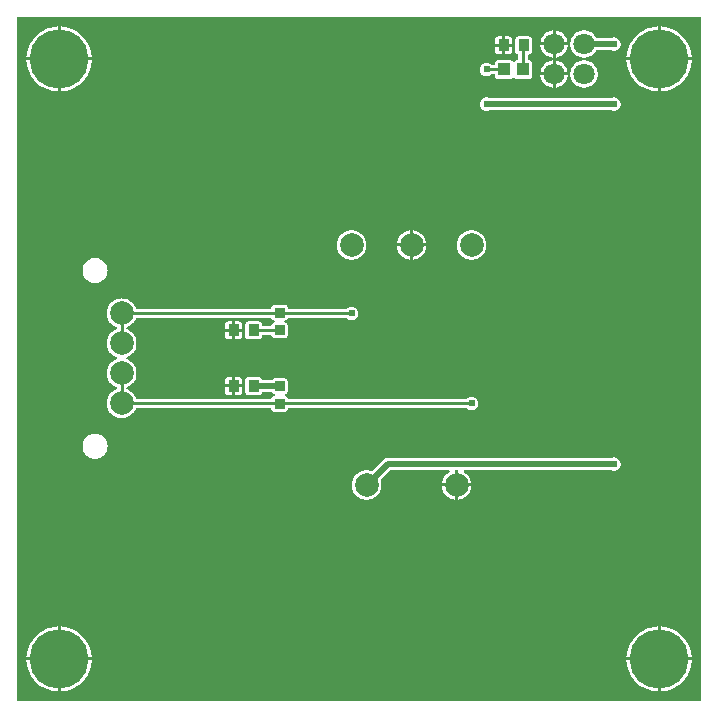
<source format=gtl>
G04 Layer: TopLayer*
G04 EasyEDA v6.5.32, 2023-07-25 14:04:49*
G04 011ca2bd5c0445db9f1e9e00ee4858da,5a6b42c53f6a479593ecc07194224c93,10*
G04 Gerber Generator version 0.2*
G04 Scale: 100 percent, Rotated: No, Reflected: No *
G04 Dimensions in millimeters *
G04 leading zeros omitted , absolute positions ,4 integer and 5 decimal *
%FSLAX45Y45*%
%MOMM*%

%AMMACRO1*21,1,$1,$2,0,0,$3*%
%ADD10C,0.5000*%
%ADD11C,0.2540*%
%ADD12R,0.8999X1.0000*%
%ADD13R,1.0000X1.1000*%
%ADD14MACRO1,0.864X0.8065X0.0000*%
%ADD15R,0.8640X0.8065*%
%ADD16C,5.0000*%
%ADD17C,2.0000*%
%ADD18C,1.8000*%
%ADD19C,0.6096*%
%ADD20C,0.0183*%

%LPD*%
G36*
X5805932Y25908D02*
G01*
X36068Y26416D01*
X32156Y27178D01*
X28905Y29362D01*
X26670Y32664D01*
X25908Y36576D01*
X25908Y5805932D01*
X26670Y5809843D01*
X28905Y5813094D01*
X32156Y5815330D01*
X36068Y5816092D01*
X5805932Y5816092D01*
X5809843Y5815330D01*
X5813094Y5813094D01*
X5815330Y5809843D01*
X5816092Y5805932D01*
X5816092Y36068D01*
X5815330Y32207D01*
X5813094Y28905D01*
X5809843Y26670D01*
G37*

%LPC*%
G36*
X685800Y3564432D02*
G01*
X699617Y3565296D01*
X713181Y3568039D01*
X726338Y3572459D01*
X738733Y3578606D01*
X750265Y3586276D01*
X760679Y3595420D01*
X769823Y3605834D01*
X777494Y3617366D01*
X783640Y3629761D01*
X788060Y3642918D01*
X790803Y3656482D01*
X791667Y3670300D01*
X790803Y3684117D01*
X788060Y3697681D01*
X783640Y3710838D01*
X777494Y3723233D01*
X769823Y3734765D01*
X760679Y3745179D01*
X750265Y3754323D01*
X738733Y3761994D01*
X726338Y3768140D01*
X713181Y3772560D01*
X699617Y3775303D01*
X685800Y3776167D01*
X671982Y3775303D01*
X658418Y3772560D01*
X645261Y3768140D01*
X632866Y3761994D01*
X621334Y3754323D01*
X610920Y3745179D01*
X601776Y3734765D01*
X594106Y3723233D01*
X587959Y3710838D01*
X583539Y3697681D01*
X580796Y3684117D01*
X579932Y3670300D01*
X580796Y3656482D01*
X583539Y3642918D01*
X587959Y3629761D01*
X594106Y3617366D01*
X601776Y3605834D01*
X610920Y3595420D01*
X621334Y3586276D01*
X632866Y3578606D01*
X645261Y3572459D01*
X658418Y3568039D01*
X671982Y3565296D01*
G37*
G36*
X393700Y105562D02*
G01*
X398322Y105664D01*
X421284Y108051D01*
X443992Y112369D01*
X466242Y118618D01*
X487934Y126644D01*
X508812Y136499D01*
X528828Y148031D01*
X547827Y161239D01*
X565607Y175971D01*
X582117Y192125D01*
X597204Y209600D01*
X610819Y228295D01*
X622757Y248107D01*
X633018Y268782D01*
X641553Y290271D01*
X648208Y312369D01*
X653034Y334975D01*
X655929Y357936D01*
X656336Y368300D01*
X393700Y368300D01*
G37*
G36*
X5448300Y105613D02*
G01*
X5448300Y368300D01*
X5185410Y368300D01*
X5187289Y346405D01*
X5191150Y323646D01*
X5196890Y301244D01*
X5204460Y279450D01*
X5213858Y258317D01*
X5224983Y238099D01*
X5237784Y218846D01*
X5252161Y200710D01*
X5267960Y183896D01*
X5285130Y168402D01*
X5303520Y154432D01*
X5323027Y142087D01*
X5343499Y131368D01*
X5364835Y122428D01*
X5386781Y115265D01*
X5409285Y109982D01*
X5432145Y106629D01*
G37*
G36*
X368300Y105613D02*
G01*
X368300Y368300D01*
X105410Y368300D01*
X107289Y346405D01*
X111150Y323646D01*
X116890Y301244D01*
X124460Y279450D01*
X133858Y258317D01*
X144983Y238099D01*
X157784Y218846D01*
X172161Y200710D01*
X187960Y183896D01*
X205130Y168402D01*
X223520Y154432D01*
X243027Y142087D01*
X263499Y131368D01*
X284835Y122428D01*
X306781Y115265D01*
X329285Y109982D01*
X352145Y106629D01*
G37*
G36*
X393700Y393700D02*
G01*
X656336Y393700D01*
X655929Y404063D01*
X653034Y427024D01*
X648208Y449630D01*
X641553Y471728D01*
X633018Y493217D01*
X622757Y513892D01*
X610819Y533704D01*
X597204Y552348D01*
X582117Y569874D01*
X565607Y586028D01*
X547827Y600760D01*
X528828Y613968D01*
X508812Y625500D01*
X487934Y635355D01*
X466242Y643382D01*
X443992Y649630D01*
X421284Y653948D01*
X398322Y656336D01*
X393700Y656437D01*
G37*
G36*
X5473700Y393700D02*
G01*
X5736336Y393700D01*
X5735929Y404063D01*
X5733034Y427024D01*
X5728208Y449630D01*
X5721553Y471728D01*
X5713018Y493217D01*
X5702757Y513892D01*
X5690819Y533704D01*
X5677204Y552348D01*
X5662117Y569874D01*
X5645607Y586028D01*
X5627827Y600760D01*
X5608828Y613968D01*
X5588812Y625500D01*
X5567934Y635355D01*
X5546242Y643382D01*
X5523992Y649630D01*
X5501284Y653948D01*
X5478322Y656336D01*
X5473700Y656437D01*
G37*
G36*
X5185410Y393700D02*
G01*
X5448300Y393700D01*
X5448300Y656386D01*
X5432145Y655370D01*
X5409285Y652018D01*
X5386781Y646734D01*
X5364835Y639572D01*
X5343499Y630631D01*
X5323027Y619912D01*
X5303520Y607568D01*
X5285130Y593598D01*
X5267960Y578104D01*
X5252161Y561289D01*
X5237784Y543153D01*
X5224983Y523900D01*
X5213858Y503682D01*
X5204460Y482549D01*
X5196890Y460756D01*
X5191150Y438353D01*
X5187289Y415594D01*
G37*
G36*
X105410Y393700D02*
G01*
X368300Y393700D01*
X368300Y656386D01*
X352145Y655370D01*
X329285Y652018D01*
X306781Y646734D01*
X284835Y639572D01*
X263499Y630631D01*
X243027Y619912D01*
X223520Y607568D01*
X205130Y593598D01*
X187960Y578104D01*
X172161Y561289D01*
X157784Y543153D01*
X144983Y523900D01*
X133858Y503682D01*
X124460Y482549D01*
X116890Y460756D01*
X111150Y438353D01*
X107289Y415594D01*
G37*
G36*
X2984500Y1728317D02*
G01*
X2999689Y1729232D01*
X3014624Y1731975D01*
X3029153Y1736496D01*
X3043021Y1742744D01*
X3056026Y1750618D01*
X3067964Y1759966D01*
X3078734Y1770735D01*
X3088081Y1782673D01*
X3095955Y1795678D01*
X3102203Y1809546D01*
X3106724Y1824075D01*
X3109468Y1839010D01*
X3110382Y1854200D01*
X3109468Y1869389D01*
X3106724Y1884324D01*
X3103778Y1893773D01*
X3103321Y1897430D01*
X3104235Y1900986D01*
X3106318Y1903984D01*
X3180435Y1978101D01*
X3183686Y1980336D01*
X3187598Y1981098D01*
X3677056Y1981098D01*
X3681323Y1980133D01*
X3684778Y1977491D01*
X3686860Y1973681D01*
X3687114Y1969312D01*
X3685489Y1965248D01*
X3682339Y1962251D01*
X3674973Y1957781D01*
X3663035Y1948434D01*
X3652265Y1937664D01*
X3642918Y1925726D01*
X3635044Y1912721D01*
X3628796Y1898853D01*
X3624275Y1884324D01*
X3621532Y1869389D01*
X3621379Y1866900D01*
X3733800Y1866900D01*
X3733800Y1970938D01*
X3734562Y1974799D01*
X3736797Y1978101D01*
X3740048Y1980336D01*
X3743960Y1981098D01*
X3749040Y1981098D01*
X3752951Y1980336D01*
X3756202Y1978101D01*
X3758437Y1974799D01*
X3759200Y1970938D01*
X3759200Y1866900D01*
X3871620Y1866900D01*
X3871468Y1869389D01*
X3868724Y1884324D01*
X3864203Y1898853D01*
X3857955Y1912721D01*
X3850081Y1925726D01*
X3840734Y1937664D01*
X3829964Y1948434D01*
X3818026Y1957781D01*
X3810660Y1962251D01*
X3807510Y1965248D01*
X3805885Y1969312D01*
X3806139Y1973681D01*
X3808222Y1977491D01*
X3811676Y1980133D01*
X3815943Y1981098D01*
X5054092Y1981098D01*
X5058410Y1980133D01*
X5060746Y1979066D01*
X5070195Y1976526D01*
X5080000Y1975662D01*
X5089804Y1976526D01*
X5099253Y1979066D01*
X5108194Y1983181D01*
X5116220Y1988820D01*
X5123180Y1995779D01*
X5128818Y2003806D01*
X5132933Y2012746D01*
X5135473Y2022195D01*
X5136337Y2032000D01*
X5135473Y2041804D01*
X5132933Y2051253D01*
X5128818Y2060193D01*
X5123180Y2068220D01*
X5116220Y2075180D01*
X5108194Y2080818D01*
X5099253Y2084933D01*
X5089804Y2087473D01*
X5080000Y2088337D01*
X5070195Y2087473D01*
X5060746Y2084933D01*
X5058410Y2083866D01*
X5054092Y2082901D01*
X3162503Y2082901D01*
X3157880Y2082698D01*
X3153460Y2082139D01*
X3149142Y2081174D01*
X3144875Y2079853D01*
X3140811Y2078126D01*
X3136849Y2076094D01*
X3133090Y2073706D01*
X3129584Y2071014D01*
X3126130Y2067864D01*
X3034284Y1976018D01*
X3031286Y1973935D01*
X3027730Y1973021D01*
X3024073Y1973478D01*
X3014624Y1976424D01*
X2999689Y1979168D01*
X2984500Y1980082D01*
X2969310Y1979168D01*
X2954375Y1976424D01*
X2939846Y1971903D01*
X2925978Y1965655D01*
X2912973Y1957781D01*
X2901035Y1948434D01*
X2890266Y1937664D01*
X2880918Y1925726D01*
X2873044Y1912721D01*
X2866796Y1898853D01*
X2862275Y1884324D01*
X2859532Y1869389D01*
X2858617Y1854200D01*
X2859532Y1839010D01*
X2862275Y1824075D01*
X2866796Y1809546D01*
X2873044Y1795678D01*
X2880918Y1782673D01*
X2890266Y1770735D01*
X2901035Y1759966D01*
X2912973Y1750618D01*
X2925978Y1742744D01*
X2939846Y1736496D01*
X2954375Y1731975D01*
X2969310Y1729232D01*
G37*
G36*
X3733800Y1729079D02*
G01*
X3733800Y1841500D01*
X3621379Y1841500D01*
X3621532Y1839010D01*
X3624275Y1824075D01*
X3628796Y1809546D01*
X3635044Y1795678D01*
X3642918Y1782673D01*
X3652265Y1770735D01*
X3663035Y1759966D01*
X3674973Y1750618D01*
X3687978Y1742744D01*
X3701846Y1736496D01*
X3716375Y1731975D01*
X3731310Y1729232D01*
G37*
G36*
X3759200Y1729079D02*
G01*
X3761689Y1729232D01*
X3776624Y1731975D01*
X3791153Y1736496D01*
X3805021Y1742744D01*
X3818026Y1750618D01*
X3829964Y1759966D01*
X3840734Y1770735D01*
X3850081Y1782673D01*
X3857955Y1795678D01*
X3864203Y1809546D01*
X3868724Y1824075D01*
X3871468Y1839010D01*
X3871620Y1841500D01*
X3759200Y1841500D01*
G37*
G36*
X4456887Y5600700D02*
G01*
X4559300Y5600700D01*
X4559300Y5702960D01*
X4550308Y5701842D01*
X4536186Y5698236D01*
X4522673Y5692851D01*
X4509922Y5685840D01*
X4498136Y5677306D01*
X4487519Y5667349D01*
X4478223Y5656122D01*
X4470450Y5643829D01*
X4464253Y5630672D01*
X4459732Y5616803D01*
X4457039Y5602528D01*
G37*
G36*
X4584700Y5600700D02*
G01*
X4687112Y5600700D01*
X4686960Y5602528D01*
X4684268Y5616803D01*
X4679746Y5630672D01*
X4673549Y5643829D01*
X4665776Y5656122D01*
X4656480Y5667349D01*
X4645863Y5677306D01*
X4634077Y5685840D01*
X4621326Y5692851D01*
X4607814Y5698236D01*
X4593691Y5701842D01*
X4584700Y5702960D01*
G37*
G36*
X4156811Y5588000D02*
G01*
X4214977Y5588000D01*
X4214977Y5624728D01*
X4214266Y5631027D01*
X4212386Y5636514D01*
X4209288Y5641390D01*
X4205224Y5645505D01*
X4200296Y5648604D01*
X4194860Y5650484D01*
X4188510Y5651195D01*
X4156811Y5651195D01*
G37*
G36*
X4073194Y5588000D02*
G01*
X4131411Y5588000D01*
X4131411Y5651195D01*
X4099661Y5651195D01*
X4093362Y5650484D01*
X4087876Y5648604D01*
X4082999Y5645505D01*
X4078884Y5641390D01*
X4075785Y5636514D01*
X4073906Y5631027D01*
X4073194Y5624728D01*
G37*
G36*
X685800Y2077212D02*
G01*
X699617Y2078126D01*
X713181Y2080818D01*
X726338Y2085289D01*
X738733Y2091385D01*
X750265Y2099106D01*
X760679Y2108200D01*
X769823Y2118614D01*
X777494Y2130145D01*
X783640Y2142591D01*
X788060Y2155698D01*
X790803Y2169261D01*
X791667Y2183079D01*
X790803Y2196896D01*
X788060Y2210511D01*
X783640Y2223617D01*
X777494Y2236012D01*
X769823Y2247544D01*
X760679Y2257958D01*
X750265Y2267102D01*
X738733Y2274773D01*
X726338Y2280920D01*
X713181Y2285390D01*
X699617Y2288082D01*
X685800Y2288997D01*
X671982Y2288082D01*
X658418Y2285390D01*
X645261Y2280920D01*
X632866Y2274773D01*
X621334Y2267102D01*
X610920Y2257958D01*
X601776Y2247544D01*
X594106Y2236012D01*
X587959Y2223617D01*
X583539Y2210511D01*
X580796Y2196896D01*
X579932Y2183079D01*
X580796Y2169261D01*
X583539Y2155698D01*
X587959Y2142591D01*
X594106Y2130145D01*
X601776Y2118614D01*
X610920Y2108200D01*
X621334Y2099106D01*
X632866Y2091385D01*
X645261Y2085289D01*
X658418Y2080818D01*
X671982Y2078126D01*
G37*
G36*
X910793Y2419858D02*
G01*
X925982Y2420772D01*
X940917Y2423515D01*
X955446Y2428036D01*
X969314Y2434285D01*
X982319Y2442108D01*
X994308Y2451506D01*
X1005027Y2462276D01*
X1014425Y2474214D01*
X1022299Y2487218D01*
X1028598Y2501239D01*
X1030833Y2504389D01*
X1034034Y2506522D01*
X1037844Y2507234D01*
X2169007Y2507234D01*
X2172665Y2506573D01*
X2175814Y2504643D01*
X2178050Y2501747D01*
X2179116Y2498191D01*
X2179523Y2494788D01*
X2181402Y2489352D01*
X2184501Y2484424D01*
X2188565Y2480360D01*
X2193493Y2477262D01*
X2198928Y2475331D01*
X2205278Y2474620D01*
X2290521Y2474620D01*
X2296871Y2475331D01*
X2302306Y2477262D01*
X2307234Y2480360D01*
X2311298Y2484424D01*
X2314397Y2489352D01*
X2316276Y2494788D01*
X2316683Y2498191D01*
X2317750Y2501747D01*
X2319985Y2504643D01*
X2323134Y2506573D01*
X2326792Y2507234D01*
X3828389Y2507234D01*
X3832250Y2506472D01*
X3835552Y2504236D01*
X3837279Y2502560D01*
X3845306Y2496921D01*
X3854246Y2492756D01*
X3863695Y2490216D01*
X3873500Y2489352D01*
X3883304Y2490216D01*
X3892753Y2492756D01*
X3901694Y2496921D01*
X3909720Y2502560D01*
X3916679Y2509469D01*
X3922318Y2517546D01*
X3926433Y2526436D01*
X3928973Y2535936D01*
X3929837Y2545689D01*
X3928973Y2555494D01*
X3926433Y2564993D01*
X3922318Y2573883D01*
X3916679Y2581960D01*
X3909720Y2588869D01*
X3901694Y2594508D01*
X3892753Y2598674D01*
X3883304Y2601214D01*
X3873500Y2602077D01*
X3863695Y2601214D01*
X3854246Y2598674D01*
X3845306Y2594508D01*
X3837279Y2588869D01*
X3835806Y2587447D01*
X3832504Y2585212D01*
X3828643Y2584450D01*
X2324404Y2584450D01*
X2320340Y2585313D01*
X2316937Y2587701D01*
X2314397Y2592425D01*
X2311298Y2597302D01*
X2307234Y2601417D01*
X2302306Y2604465D01*
X2296261Y2606598D01*
X2292705Y2608732D01*
X2290267Y2612136D01*
X2289454Y2616200D01*
X2290267Y2620264D01*
X2292705Y2623667D01*
X2296261Y2625801D01*
X2302306Y2627934D01*
X2307234Y2630982D01*
X2311298Y2635097D01*
X2314397Y2639974D01*
X2316276Y2645460D01*
X2316988Y2651760D01*
X2316988Y2731262D01*
X2316276Y2737612D01*
X2314397Y2743047D01*
X2311298Y2747975D01*
X2307234Y2752039D01*
X2302306Y2755138D01*
X2296871Y2757068D01*
X2290521Y2757779D01*
X2205278Y2757779D01*
X2198928Y2757068D01*
X2193493Y2755138D01*
X2188565Y2752039D01*
X2181961Y2745028D01*
X2178964Y2743352D01*
X2175611Y2742793D01*
X2107285Y2743047D01*
X2103221Y2743911D01*
X2099868Y2746298D01*
X2097735Y2749854D01*
X2096414Y2753614D01*
X2093315Y2758541D01*
X2089200Y2762605D01*
X2084324Y2765704D01*
X2078837Y2767584D01*
X2072538Y2768295D01*
X1983689Y2768295D01*
X1977339Y2767584D01*
X1971903Y2765704D01*
X1966975Y2762605D01*
X1962912Y2758541D01*
X1959813Y2753614D01*
X1957933Y2748178D01*
X1957222Y2741828D01*
X1957222Y2642971D01*
X1957933Y2636672D01*
X1959813Y2631186D01*
X1962912Y2626309D01*
X1966975Y2622194D01*
X1971903Y2619095D01*
X1977339Y2617216D01*
X1983689Y2616504D01*
X2072538Y2616504D01*
X2078837Y2617216D01*
X2084324Y2619095D01*
X2089200Y2622194D01*
X2093315Y2626309D01*
X2096414Y2631186D01*
X2097532Y2634437D01*
X2099665Y2637993D01*
X2103069Y2640380D01*
X2107133Y2641193D01*
X2175205Y2640990D01*
X2178558Y2640380D01*
X2181504Y2638755D01*
X2184501Y2635097D01*
X2188565Y2630982D01*
X2193493Y2627934D01*
X2199538Y2625801D01*
X2203094Y2623667D01*
X2205532Y2620264D01*
X2206345Y2616200D01*
X2205532Y2612136D01*
X2203094Y2608732D01*
X2199538Y2606598D01*
X2193493Y2604465D01*
X2188565Y2601417D01*
X2184501Y2597302D01*
X2181402Y2592425D01*
X2178862Y2587701D01*
X2175459Y2585313D01*
X2171395Y2584450D01*
X1037742Y2584450D01*
X1033983Y2585161D01*
X1030732Y2587294D01*
X1028496Y2590444D01*
X1022299Y2604211D01*
X1014425Y2617266D01*
X1005027Y2629204D01*
X994308Y2639974D01*
X982319Y2649321D01*
X969314Y2657195D01*
X955395Y2663444D01*
X952246Y2665679D01*
X950163Y2668930D01*
X949452Y2672689D01*
X950163Y2676499D01*
X952246Y2679750D01*
X955395Y2681986D01*
X969314Y2688234D01*
X982319Y2696108D01*
X994308Y2705506D01*
X1005027Y2716276D01*
X1014425Y2728214D01*
X1022299Y2741218D01*
X1028496Y2755087D01*
X1033018Y2769616D01*
X1035761Y2784551D01*
X1036675Y2799740D01*
X1035761Y2814929D01*
X1033018Y2829864D01*
X1028496Y2844393D01*
X1022299Y2858211D01*
X1014425Y2871266D01*
X1005027Y2883204D01*
X994308Y2893974D01*
X982319Y2903321D01*
X969314Y2911195D01*
X955395Y2917444D01*
X952246Y2919679D01*
X950112Y2922930D01*
X949401Y2926740D01*
X950112Y2930550D01*
X952246Y2933750D01*
X955395Y2935986D01*
X969314Y2942285D01*
X982319Y2950108D01*
X994308Y2959506D01*
X1005027Y2970276D01*
X1014425Y2982214D01*
X1022299Y2995218D01*
X1028496Y3009087D01*
X1033018Y3023616D01*
X1035761Y3038551D01*
X1036675Y3053740D01*
X1035761Y3068929D01*
X1033018Y3083864D01*
X1028496Y3098393D01*
X1022299Y3112211D01*
X1014425Y3125266D01*
X1005027Y3137204D01*
X994308Y3147974D01*
X982319Y3157321D01*
X969314Y3165195D01*
X955395Y3171444D01*
X952246Y3173679D01*
X950163Y3176930D01*
X949452Y3180689D01*
X950163Y3184499D01*
X952246Y3187750D01*
X955395Y3189986D01*
X969314Y3196234D01*
X982319Y3204108D01*
X994308Y3213506D01*
X1005027Y3224276D01*
X1014425Y3236214D01*
X1022299Y3249218D01*
X1028598Y3263239D01*
X1030833Y3266389D01*
X1034034Y3268522D01*
X1037844Y3269234D01*
X2171750Y3269234D01*
X2175814Y3268370D01*
X2179218Y3265982D01*
X2184501Y3257397D01*
X2188565Y3253282D01*
X2193493Y3250234D01*
X2199538Y3248101D01*
X2203094Y3245967D01*
X2205532Y3242564D01*
X2206345Y3238500D01*
X2205532Y3234436D01*
X2203094Y3231032D01*
X2199538Y3228898D01*
X2193493Y3226765D01*
X2188565Y3223717D01*
X2184501Y3219602D01*
X2181402Y3214725D01*
X2179116Y3208223D01*
X2176983Y3204667D01*
X2173630Y3202279D01*
X2169566Y3201416D01*
X2109165Y3201212D01*
X2105507Y3201873D01*
X2102358Y3203803D01*
X2100072Y3206750D01*
X2099056Y3210306D01*
X2098243Y3218078D01*
X2096363Y3223514D01*
X2093315Y3228390D01*
X2089200Y3232505D01*
X2084324Y3235604D01*
X2078837Y3237484D01*
X2072538Y3238195D01*
X1983689Y3238195D01*
X1977339Y3237484D01*
X1971903Y3235604D01*
X1966975Y3232505D01*
X1962912Y3228390D01*
X1959813Y3223514D01*
X1957882Y3218027D01*
X1957171Y3211728D01*
X1957171Y3112871D01*
X1957882Y3106521D01*
X1959813Y3101086D01*
X1962912Y3096158D01*
X1966975Y3092094D01*
X1971903Y3088995D01*
X1977339Y3087116D01*
X1983689Y3086404D01*
X2072538Y3086404D01*
X2078837Y3087116D01*
X2084324Y3088995D01*
X2089200Y3092094D01*
X2093315Y3096158D01*
X2096363Y3101086D01*
X2098294Y3106521D01*
X2099005Y3113836D01*
X2099767Y3117697D01*
X2101951Y3120999D01*
X2105253Y3123184D01*
X2109114Y3123996D01*
X2169769Y3124200D01*
X2173833Y3123336D01*
X2177237Y3120948D01*
X2179421Y3117392D01*
X2181402Y3111652D01*
X2184501Y3106724D01*
X2188565Y3102660D01*
X2193493Y3099562D01*
X2198928Y3097631D01*
X2205278Y3096920D01*
X2290521Y3096920D01*
X2296871Y3097631D01*
X2302306Y3099562D01*
X2307234Y3102660D01*
X2311298Y3106724D01*
X2314397Y3111652D01*
X2316276Y3117088D01*
X2316988Y3123438D01*
X2316988Y3202940D01*
X2316276Y3209239D01*
X2314397Y3214725D01*
X2311298Y3219602D01*
X2307234Y3223717D01*
X2302306Y3226765D01*
X2296261Y3228898D01*
X2292705Y3231032D01*
X2290267Y3234436D01*
X2289454Y3238500D01*
X2290267Y3242564D01*
X2292705Y3245967D01*
X2296261Y3248101D01*
X2302306Y3250234D01*
X2307234Y3253282D01*
X2311298Y3257397D01*
X2316581Y3265982D01*
X2319985Y3268370D01*
X2324049Y3269234D01*
X2812389Y3269234D01*
X2816250Y3268472D01*
X2819552Y3266236D01*
X2821279Y3264560D01*
X2829306Y3258921D01*
X2838246Y3254756D01*
X2847695Y3252215D01*
X2857500Y3251352D01*
X2867304Y3252215D01*
X2876753Y3254756D01*
X2885694Y3258921D01*
X2893720Y3264560D01*
X2900680Y3271469D01*
X2906318Y3279546D01*
X2910433Y3288436D01*
X2912973Y3297936D01*
X2913837Y3307689D01*
X2912973Y3317494D01*
X2910433Y3326993D01*
X2906318Y3335883D01*
X2900680Y3343960D01*
X2893720Y3350869D01*
X2885694Y3356508D01*
X2876753Y3360674D01*
X2867304Y3363214D01*
X2857500Y3364077D01*
X2847695Y3363214D01*
X2838246Y3360674D01*
X2829306Y3356508D01*
X2821279Y3350869D01*
X2819806Y3349447D01*
X2816504Y3347212D01*
X2812643Y3346450D01*
X2326894Y3346450D01*
X2323287Y3347110D01*
X2320137Y3349040D01*
X2317851Y3351936D01*
X2316784Y3355492D01*
X2316276Y3359912D01*
X2314397Y3365347D01*
X2311298Y3370275D01*
X2307234Y3374339D01*
X2302306Y3377437D01*
X2296871Y3379368D01*
X2290521Y3380079D01*
X2205278Y3380079D01*
X2198928Y3379368D01*
X2193493Y3377437D01*
X2188565Y3374339D01*
X2184501Y3370275D01*
X2181402Y3365347D01*
X2179523Y3359912D01*
X2179015Y3355492D01*
X2177948Y3351936D01*
X2175662Y3349040D01*
X2172512Y3347110D01*
X2168906Y3346450D01*
X1037742Y3346450D01*
X1033983Y3347161D01*
X1030732Y3349294D01*
X1028496Y3352444D01*
X1022299Y3366211D01*
X1014425Y3379266D01*
X1005027Y3391204D01*
X994308Y3401974D01*
X982319Y3411321D01*
X969314Y3419195D01*
X955446Y3425444D01*
X940917Y3429965D01*
X925982Y3432708D01*
X910793Y3433622D01*
X895654Y3432708D01*
X880668Y3429965D01*
X866190Y3425444D01*
X852322Y3419195D01*
X839317Y3411321D01*
X827328Y3401974D01*
X816559Y3391204D01*
X807212Y3379266D01*
X799338Y3366211D01*
X793089Y3352393D01*
X788568Y3337864D01*
X785825Y3322929D01*
X784910Y3307740D01*
X785825Y3292551D01*
X788568Y3277615D01*
X793089Y3263087D01*
X799338Y3249218D01*
X807212Y3236214D01*
X816559Y3224276D01*
X827328Y3213506D01*
X839317Y3204108D01*
X852322Y3196285D01*
X866241Y3189986D01*
X869391Y3187750D01*
X871474Y3184550D01*
X872236Y3180740D01*
X871474Y3176930D01*
X869391Y3173679D01*
X866241Y3171494D01*
X852322Y3165195D01*
X839317Y3157321D01*
X827328Y3147974D01*
X816559Y3137204D01*
X807212Y3125266D01*
X799338Y3112211D01*
X793089Y3098393D01*
X788568Y3083864D01*
X785825Y3068929D01*
X784910Y3053740D01*
X785825Y3038551D01*
X788568Y3023616D01*
X793089Y3009087D01*
X799338Y2995218D01*
X807212Y2982214D01*
X816559Y2970276D01*
X827328Y2959506D01*
X839317Y2950108D01*
X852322Y2942285D01*
X866241Y2935986D01*
X869391Y2933750D01*
X871474Y2930550D01*
X872236Y2926740D01*
X871474Y2922930D01*
X869391Y2919679D01*
X866241Y2917444D01*
X852322Y2911195D01*
X839317Y2903321D01*
X827328Y2893974D01*
X816559Y2883204D01*
X807212Y2871266D01*
X799338Y2858211D01*
X793089Y2844393D01*
X788568Y2829864D01*
X785825Y2814929D01*
X784910Y2799740D01*
X785825Y2784551D01*
X788568Y2769616D01*
X793089Y2755087D01*
X799338Y2741218D01*
X807212Y2728214D01*
X816559Y2716276D01*
X827328Y2705506D01*
X839317Y2696108D01*
X852322Y2688285D01*
X866241Y2681986D01*
X869391Y2679750D01*
X871474Y2676550D01*
X872236Y2672740D01*
X871474Y2668930D01*
X869391Y2665679D01*
X866241Y2663494D01*
X852322Y2657195D01*
X839317Y2649321D01*
X827328Y2639974D01*
X816559Y2629204D01*
X807212Y2617266D01*
X799338Y2604211D01*
X793089Y2590393D01*
X788568Y2575864D01*
X785825Y2560929D01*
X784910Y2545740D01*
X785825Y2530551D01*
X788568Y2515616D01*
X793089Y2501087D01*
X799338Y2487218D01*
X807212Y2474214D01*
X816559Y2462276D01*
X827328Y2451506D01*
X839317Y2442108D01*
X852322Y2434285D01*
X866190Y2428036D01*
X880668Y2423515D01*
X895654Y2420772D01*
G37*
G36*
X4156811Y5499404D02*
G01*
X4188510Y5499404D01*
X4194860Y5500116D01*
X4200296Y5501995D01*
X4205224Y5505094D01*
X4209288Y5509158D01*
X4212386Y5514086D01*
X4214266Y5519521D01*
X4214977Y5525871D01*
X4214977Y5562600D01*
X4156811Y5562600D01*
G37*
G36*
X4099661Y5499404D02*
G01*
X4131411Y5499404D01*
X4131411Y5562600D01*
X4073194Y5562600D01*
X4073194Y5525871D01*
X4073906Y5519521D01*
X4075785Y5514086D01*
X4078884Y5509158D01*
X4082999Y5505094D01*
X4087876Y5501995D01*
X4093362Y5500116D01*
G37*
G36*
X105410Y5473700D02*
G01*
X368300Y5473700D01*
X368300Y5736386D01*
X352145Y5735370D01*
X329285Y5732018D01*
X306781Y5726734D01*
X284835Y5719572D01*
X263499Y5710631D01*
X243027Y5699912D01*
X223520Y5687568D01*
X205130Y5673598D01*
X187960Y5658104D01*
X172161Y5641289D01*
X157784Y5623153D01*
X144983Y5603900D01*
X133858Y5583682D01*
X124460Y5562549D01*
X116890Y5540756D01*
X111150Y5518353D01*
X107289Y5495594D01*
G37*
G36*
X5185410Y5473700D02*
G01*
X5448300Y5473700D01*
X5448300Y5736386D01*
X5432145Y5735370D01*
X5409285Y5732018D01*
X5386781Y5726734D01*
X5364835Y5719572D01*
X5343499Y5710631D01*
X5323027Y5699912D01*
X5303520Y5687568D01*
X5285130Y5673598D01*
X5267960Y5658104D01*
X5252161Y5641289D01*
X5237784Y5623153D01*
X5224983Y5603900D01*
X5213858Y5583682D01*
X5204460Y5562549D01*
X5196890Y5540756D01*
X5191150Y5518353D01*
X5187289Y5495594D01*
G37*
G36*
X1813661Y2616504D02*
G01*
X1845411Y2616504D01*
X1845411Y2679700D01*
X1787194Y2679700D01*
X1787194Y2642971D01*
X1787906Y2636672D01*
X1789836Y2631186D01*
X1792884Y2626309D01*
X1796999Y2622194D01*
X1801875Y2619095D01*
X1807362Y2617216D01*
G37*
G36*
X1870811Y2616504D02*
G01*
X1902510Y2616504D01*
X1908860Y2617216D01*
X1914296Y2619095D01*
X1919224Y2622194D01*
X1923288Y2626309D01*
X1926386Y2631186D01*
X1928317Y2636672D01*
X1929028Y2642971D01*
X1929028Y2679700D01*
X1870811Y2679700D01*
G37*
G36*
X393700Y5473700D02*
G01*
X656336Y5473700D01*
X655929Y5484063D01*
X653034Y5507024D01*
X648208Y5529630D01*
X641553Y5551728D01*
X633018Y5573217D01*
X622757Y5593892D01*
X610819Y5613704D01*
X597204Y5632348D01*
X582117Y5649874D01*
X565607Y5666028D01*
X547827Y5680760D01*
X528828Y5693968D01*
X508812Y5705500D01*
X487934Y5715355D01*
X466242Y5723382D01*
X443992Y5729630D01*
X421284Y5733948D01*
X398322Y5736336D01*
X393700Y5736437D01*
G37*
G36*
X1787194Y2705100D02*
G01*
X1845411Y2705100D01*
X1845411Y2768295D01*
X1813661Y2768295D01*
X1807362Y2767584D01*
X1801875Y2765704D01*
X1796999Y2762605D01*
X1792884Y2758541D01*
X1789836Y2753614D01*
X1787906Y2748178D01*
X1787194Y2741828D01*
G37*
G36*
X1870811Y2705100D02*
G01*
X1929028Y2705100D01*
X1929028Y2741828D01*
X1928317Y2748178D01*
X1926386Y2753614D01*
X1923288Y2758541D01*
X1919224Y2762605D01*
X1914296Y2765704D01*
X1908860Y2767584D01*
X1902510Y2768295D01*
X1870811Y2768295D01*
G37*
G36*
X5473700Y5473700D02*
G01*
X5736336Y5473700D01*
X5735929Y5484063D01*
X5733034Y5507024D01*
X5728208Y5529630D01*
X5721553Y5551728D01*
X5713018Y5573217D01*
X5702757Y5593892D01*
X5690819Y5613704D01*
X5677204Y5632348D01*
X5662117Y5649874D01*
X5645607Y5666028D01*
X5627827Y5680760D01*
X5608828Y5693968D01*
X5588812Y5705500D01*
X5567934Y5715355D01*
X5546242Y5723382D01*
X5523992Y5729630D01*
X5501284Y5733948D01*
X5478322Y5736336D01*
X5473700Y5736437D01*
G37*
G36*
X1870811Y3086404D02*
G01*
X1902510Y3086404D01*
X1908860Y3087116D01*
X1914296Y3088995D01*
X1919224Y3092094D01*
X1923288Y3096158D01*
X1926386Y3101086D01*
X1928266Y3106521D01*
X1928977Y3112871D01*
X1928977Y3149600D01*
X1870811Y3149600D01*
G37*
G36*
X1813661Y3086404D02*
G01*
X1845411Y3086404D01*
X1845411Y3149600D01*
X1787194Y3149600D01*
X1787194Y3112871D01*
X1787906Y3106521D01*
X1789785Y3101086D01*
X1792884Y3096158D01*
X1796999Y3092094D01*
X1801875Y3088995D01*
X1807362Y3087116D01*
G37*
G36*
X4584700Y5473039D02*
G01*
X4593691Y5474157D01*
X4607814Y5477764D01*
X4621326Y5483148D01*
X4634077Y5490159D01*
X4645863Y5498693D01*
X4656480Y5508650D01*
X4665776Y5519877D01*
X4673549Y5532170D01*
X4679746Y5545328D01*
X4684268Y5559196D01*
X4686960Y5573471D01*
X4687112Y5575300D01*
X4584700Y5575300D01*
G37*
G36*
X4559300Y5473039D02*
G01*
X4559300Y5575300D01*
X4456887Y5575300D01*
X4457039Y5573471D01*
X4459732Y5559196D01*
X4464253Y5545328D01*
X4470450Y5532170D01*
X4478223Y5519877D01*
X4487519Y5508650D01*
X4498136Y5498693D01*
X4509922Y5490159D01*
X4522673Y5483148D01*
X4536186Y5477764D01*
X4550308Y5474157D01*
G37*
G36*
X1870811Y3175000D02*
G01*
X1928977Y3175000D01*
X1928977Y3211728D01*
X1928266Y3218027D01*
X1926386Y3223514D01*
X1923288Y3228390D01*
X1919224Y3232505D01*
X1914296Y3235604D01*
X1908860Y3237484D01*
X1902510Y3238195D01*
X1870811Y3238195D01*
G37*
G36*
X1787194Y3175000D02*
G01*
X1845411Y3175000D01*
X1845411Y3238195D01*
X1813661Y3238195D01*
X1807362Y3237484D01*
X1801875Y3235604D01*
X1796999Y3232505D01*
X1792884Y3228390D01*
X1789785Y3223514D01*
X1787906Y3218027D01*
X1787194Y3211728D01*
G37*
G36*
X4818735Y5472328D02*
G01*
X4833264Y5472328D01*
X4847691Y5474157D01*
X4861814Y5477764D01*
X4875326Y5483148D01*
X4888077Y5490159D01*
X4899863Y5498693D01*
X4910480Y5508650D01*
X4919776Y5519877D01*
X4927701Y5532374D01*
X4929936Y5534914D01*
X4932934Y5536539D01*
X4936286Y5537098D01*
X5054092Y5537098D01*
X5058410Y5536133D01*
X5060746Y5535066D01*
X5070195Y5532526D01*
X5080000Y5531662D01*
X5089804Y5532526D01*
X5099253Y5535066D01*
X5108194Y5539181D01*
X5116220Y5544820D01*
X5123180Y5551779D01*
X5128818Y5559806D01*
X5132933Y5568746D01*
X5135473Y5578195D01*
X5136337Y5588000D01*
X5135473Y5597804D01*
X5132933Y5607253D01*
X5128818Y5616194D01*
X5123180Y5624220D01*
X5116220Y5631180D01*
X5108194Y5636818D01*
X5099253Y5640933D01*
X5089804Y5643473D01*
X5080000Y5644337D01*
X5070195Y5643473D01*
X5060746Y5640933D01*
X5058410Y5639866D01*
X5054092Y5638901D01*
X4936286Y5638901D01*
X4932934Y5639460D01*
X4929936Y5641086D01*
X4927701Y5643626D01*
X4919776Y5656122D01*
X4910480Y5667349D01*
X4899863Y5677306D01*
X4888077Y5685840D01*
X4875326Y5692851D01*
X4861814Y5698236D01*
X4847691Y5701842D01*
X4833264Y5703671D01*
X4818735Y5703671D01*
X4804308Y5701842D01*
X4790186Y5698236D01*
X4776673Y5692851D01*
X4763922Y5685840D01*
X4752136Y5677306D01*
X4741519Y5667349D01*
X4732223Y5656122D01*
X4724450Y5643829D01*
X4718253Y5630672D01*
X4713732Y5616803D01*
X4711039Y5602528D01*
X4710125Y5588000D01*
X4711039Y5573471D01*
X4713732Y5559196D01*
X4718253Y5545328D01*
X4724450Y5532170D01*
X4732223Y5519877D01*
X4741519Y5508650D01*
X4752136Y5498693D01*
X4763922Y5490159D01*
X4776673Y5483148D01*
X4790186Y5477764D01*
X4804308Y5474157D01*
G37*
G36*
X4456887Y5346700D02*
G01*
X4559300Y5346700D01*
X4559300Y5448960D01*
X4550308Y5447842D01*
X4536186Y5444236D01*
X4522673Y5438851D01*
X4509922Y5431840D01*
X4498136Y5423306D01*
X4487519Y5413349D01*
X4478223Y5402122D01*
X4470450Y5389829D01*
X4464253Y5376672D01*
X4459732Y5362803D01*
X4457039Y5348528D01*
G37*
G36*
X4584700Y5346700D02*
G01*
X4687112Y5346700D01*
X4686960Y5348528D01*
X4684268Y5362803D01*
X4679746Y5376672D01*
X4673549Y5389829D01*
X4665776Y5402122D01*
X4656480Y5413349D01*
X4645863Y5423306D01*
X4634077Y5431840D01*
X4621326Y5438851D01*
X4607814Y5444236D01*
X4593691Y5447842D01*
X4584700Y5448960D01*
G37*
G36*
X4099661Y5291175D02*
G01*
X4198518Y5291175D01*
X4204868Y5291886D01*
X4210304Y5293817D01*
X4215231Y5296916D01*
X4219295Y5300980D01*
X4220514Y5302859D01*
X4223308Y5305806D01*
X4227068Y5307431D01*
X4231132Y5307431D01*
X4234891Y5305806D01*
X4237685Y5302859D01*
X4238904Y5300980D01*
X4242968Y5296916D01*
X4247896Y5293817D01*
X4253331Y5291886D01*
X4259681Y5291175D01*
X4358538Y5291175D01*
X4364837Y5291886D01*
X4370324Y5293817D01*
X4375200Y5296916D01*
X4379315Y5300980D01*
X4382363Y5305907D01*
X4384294Y5311343D01*
X4385005Y5317693D01*
X4385005Y5426506D01*
X4384294Y5432856D01*
X4382363Y5438292D01*
X4379315Y5443220D01*
X4375200Y5447284D01*
X4370324Y5450382D01*
X4364939Y5452262D01*
X4356862Y5453075D01*
X4353306Y5454091D01*
X4350308Y5456326D01*
X4348378Y5459526D01*
X4347667Y5463184D01*
X4347667Y5489244D01*
X4348378Y5492902D01*
X4350308Y5496052D01*
X4353306Y5498287D01*
X4356862Y5499354D01*
X4364888Y5500116D01*
X4370324Y5501995D01*
X4375200Y5505094D01*
X4379315Y5509158D01*
X4382363Y5514086D01*
X4384294Y5519521D01*
X4385005Y5525871D01*
X4385005Y5624728D01*
X4384294Y5631027D01*
X4382363Y5636514D01*
X4379315Y5641390D01*
X4375200Y5645505D01*
X4370324Y5648604D01*
X4364837Y5650484D01*
X4358538Y5651195D01*
X4269689Y5651195D01*
X4263339Y5650484D01*
X4257903Y5648604D01*
X4252976Y5645505D01*
X4248912Y5641390D01*
X4245813Y5636514D01*
X4243882Y5631027D01*
X4243171Y5624728D01*
X4243171Y5525871D01*
X4243882Y5519521D01*
X4245813Y5514086D01*
X4248912Y5509158D01*
X4252976Y5505094D01*
X4257903Y5501995D01*
X4263694Y5499963D01*
X4267200Y5497830D01*
X4269638Y5494477D01*
X4270451Y5490413D01*
X4270451Y5463184D01*
X4269790Y5459526D01*
X4267860Y5456326D01*
X4264863Y5454091D01*
X4261307Y5453075D01*
X4253280Y5452262D01*
X4247896Y5450382D01*
X4242968Y5447284D01*
X4238904Y5443220D01*
X4237685Y5441340D01*
X4234891Y5438394D01*
X4231132Y5436768D01*
X4227068Y5436768D01*
X4223308Y5438394D01*
X4220514Y5441340D01*
X4219295Y5443220D01*
X4215231Y5447284D01*
X4210304Y5450382D01*
X4204868Y5452313D01*
X4198518Y5453024D01*
X4099661Y5453024D01*
X4093362Y5452313D01*
X4087876Y5450382D01*
X4082999Y5447284D01*
X4078884Y5443220D01*
X4075836Y5438292D01*
X4073906Y5432856D01*
X4073194Y5426506D01*
X4073194Y5420868D01*
X4072432Y5416956D01*
X4070197Y5413705D01*
X4066946Y5411470D01*
X4063034Y5410708D01*
X4045508Y5410708D01*
X4041597Y5411470D01*
X4038295Y5413705D01*
X4036720Y5415280D01*
X4028694Y5420918D01*
X4019753Y5425033D01*
X4010304Y5427573D01*
X4000500Y5428437D01*
X3990695Y5427573D01*
X3981246Y5425033D01*
X3972306Y5420918D01*
X3964279Y5415280D01*
X3957320Y5408320D01*
X3951681Y5400294D01*
X3947566Y5391353D01*
X3945026Y5381904D01*
X3944162Y5372100D01*
X3945026Y5362295D01*
X3947566Y5352846D01*
X3951681Y5343906D01*
X3957320Y5335879D01*
X3964279Y5328920D01*
X3972306Y5323281D01*
X3981246Y5319166D01*
X3990695Y5316626D01*
X4000500Y5315762D01*
X4010304Y5316626D01*
X4019753Y5319166D01*
X4028694Y5323281D01*
X4036720Y5328920D01*
X4038295Y5330494D01*
X4041597Y5332730D01*
X4045508Y5333492D01*
X4063034Y5333492D01*
X4066946Y5332730D01*
X4070197Y5330494D01*
X4072432Y5327243D01*
X4073194Y5323332D01*
X4073194Y5317693D01*
X4073906Y5311343D01*
X4075836Y5305907D01*
X4078884Y5300980D01*
X4082999Y5296916D01*
X4087876Y5293817D01*
X4093362Y5291886D01*
G37*
G36*
X5473700Y105562D02*
G01*
X5478322Y105664D01*
X5501284Y108051D01*
X5523992Y112369D01*
X5546242Y118618D01*
X5567934Y126644D01*
X5588812Y136499D01*
X5608828Y148031D01*
X5627827Y161239D01*
X5645607Y175971D01*
X5662117Y192125D01*
X5677204Y209600D01*
X5690819Y228295D01*
X5702757Y248107D01*
X5713018Y268782D01*
X5721553Y290271D01*
X5728208Y312369D01*
X5733034Y334975D01*
X5735929Y357936D01*
X5736336Y368300D01*
X5473700Y368300D01*
G37*
G36*
X2857500Y3760317D02*
G01*
X2872689Y3761232D01*
X2887624Y3763975D01*
X2902153Y3768496D01*
X2916021Y3774744D01*
X2929026Y3782618D01*
X2940964Y3791965D01*
X2951734Y3802735D01*
X2961081Y3814673D01*
X2968955Y3827678D01*
X2975203Y3841546D01*
X2979724Y3856075D01*
X2982468Y3871010D01*
X2983382Y3886200D01*
X2982468Y3901389D01*
X2979724Y3916324D01*
X2975203Y3930853D01*
X2968955Y3944721D01*
X2961081Y3957726D01*
X2951734Y3969664D01*
X2940964Y3980434D01*
X2929026Y3989781D01*
X2916021Y3997655D01*
X2902153Y4003903D01*
X2887624Y4008424D01*
X2872689Y4011168D01*
X2857500Y4012082D01*
X2842310Y4011168D01*
X2827375Y4008424D01*
X2812846Y4003903D01*
X2798978Y3997655D01*
X2785973Y3989781D01*
X2774035Y3980434D01*
X2763266Y3969664D01*
X2753918Y3957726D01*
X2746044Y3944721D01*
X2739796Y3930853D01*
X2735275Y3916324D01*
X2732532Y3901389D01*
X2731617Y3886200D01*
X2732532Y3871010D01*
X2735275Y3856075D01*
X2739796Y3841546D01*
X2746044Y3827678D01*
X2753918Y3814673D01*
X2763266Y3802735D01*
X2774035Y3791965D01*
X2785973Y3782618D01*
X2798978Y3774744D01*
X2812846Y3768496D01*
X2827375Y3763975D01*
X2842310Y3761232D01*
G37*
G36*
X3873500Y3760317D02*
G01*
X3888689Y3761232D01*
X3903624Y3763975D01*
X3918153Y3768496D01*
X3932021Y3774744D01*
X3945026Y3782618D01*
X3956964Y3791965D01*
X3967734Y3802735D01*
X3977081Y3814673D01*
X3984955Y3827678D01*
X3991203Y3841546D01*
X3995724Y3856075D01*
X3998468Y3871010D01*
X3999382Y3886200D01*
X3998468Y3901389D01*
X3995724Y3916324D01*
X3991203Y3930853D01*
X3984955Y3944721D01*
X3977081Y3957726D01*
X3967734Y3969664D01*
X3956964Y3980434D01*
X3945026Y3989781D01*
X3932021Y3997655D01*
X3918153Y4003903D01*
X3903624Y4008424D01*
X3888689Y4011168D01*
X3873500Y4012082D01*
X3858310Y4011168D01*
X3843375Y4008424D01*
X3828846Y4003903D01*
X3814978Y3997655D01*
X3801973Y3989781D01*
X3790035Y3980434D01*
X3779265Y3969664D01*
X3769918Y3957726D01*
X3762044Y3944721D01*
X3755796Y3930853D01*
X3751275Y3916324D01*
X3748532Y3901389D01*
X3747617Y3886200D01*
X3748532Y3871010D01*
X3751275Y3856075D01*
X3755796Y3841546D01*
X3762044Y3827678D01*
X3769918Y3814673D01*
X3779265Y3802735D01*
X3790035Y3791965D01*
X3801973Y3782618D01*
X3814978Y3774744D01*
X3828846Y3768496D01*
X3843375Y3763975D01*
X3858310Y3761232D01*
G37*
G36*
X3378200Y3761079D02*
G01*
X3380689Y3761232D01*
X3395624Y3763975D01*
X3410153Y3768496D01*
X3424021Y3774744D01*
X3437026Y3782618D01*
X3448964Y3791965D01*
X3459734Y3802735D01*
X3469081Y3814673D01*
X3476955Y3827678D01*
X3483203Y3841546D01*
X3487724Y3856075D01*
X3490468Y3871010D01*
X3490620Y3873500D01*
X3378200Y3873500D01*
G37*
G36*
X3352800Y3761079D02*
G01*
X3352800Y3873500D01*
X3240379Y3873500D01*
X3240532Y3871010D01*
X3243275Y3856075D01*
X3247796Y3841546D01*
X3254044Y3827678D01*
X3261918Y3814673D01*
X3271265Y3802735D01*
X3282035Y3791965D01*
X3293973Y3782618D01*
X3306978Y3774744D01*
X3320846Y3768496D01*
X3335375Y3763975D01*
X3350310Y3761232D01*
G37*
G36*
X3378200Y3898900D02*
G01*
X3490620Y3898900D01*
X3490468Y3901389D01*
X3487724Y3916324D01*
X3483203Y3930853D01*
X3476955Y3944721D01*
X3469081Y3957726D01*
X3459734Y3969664D01*
X3448964Y3980434D01*
X3437026Y3989781D01*
X3424021Y3997655D01*
X3410153Y4003903D01*
X3395624Y4008424D01*
X3380689Y4011168D01*
X3378200Y4011320D01*
G37*
G36*
X3240379Y3898900D02*
G01*
X3352800Y3898900D01*
X3352800Y4011320D01*
X3350310Y4011168D01*
X3335375Y4008424D01*
X3320846Y4003903D01*
X3306978Y3997655D01*
X3293973Y3989781D01*
X3282035Y3980434D01*
X3271265Y3969664D01*
X3261918Y3957726D01*
X3254044Y3944721D01*
X3247796Y3930853D01*
X3243275Y3916324D01*
X3240532Y3901389D01*
G37*
G36*
X4000500Y5023662D02*
G01*
X4010304Y5024526D01*
X4019753Y5027066D01*
X4022090Y5028133D01*
X4026408Y5029098D01*
X5054092Y5029098D01*
X5058410Y5028133D01*
X5060746Y5027066D01*
X5070195Y5024526D01*
X5080000Y5023662D01*
X5089804Y5024526D01*
X5099253Y5027066D01*
X5108194Y5031181D01*
X5116220Y5036820D01*
X5123180Y5043779D01*
X5128818Y5051806D01*
X5132933Y5060746D01*
X5135473Y5070195D01*
X5136337Y5080000D01*
X5135473Y5089804D01*
X5132933Y5099253D01*
X5128818Y5108194D01*
X5123180Y5116220D01*
X5116220Y5123180D01*
X5108194Y5128818D01*
X5099253Y5132933D01*
X5089804Y5135473D01*
X5080000Y5136337D01*
X5070195Y5135473D01*
X5060746Y5132933D01*
X5058410Y5131866D01*
X5054092Y5130901D01*
X4026408Y5130901D01*
X4022090Y5131866D01*
X4019753Y5132933D01*
X4010304Y5135473D01*
X4000500Y5136337D01*
X3990695Y5135473D01*
X3981246Y5132933D01*
X3972306Y5128818D01*
X3964279Y5123180D01*
X3957320Y5116220D01*
X3951681Y5108194D01*
X3947566Y5099253D01*
X3945026Y5089804D01*
X3944162Y5080000D01*
X3945026Y5070195D01*
X3947566Y5060746D01*
X3951681Y5051806D01*
X3957320Y5043779D01*
X3964279Y5036820D01*
X3972306Y5031181D01*
X3981246Y5027066D01*
X3990695Y5024526D01*
G37*
G36*
X4584700Y5219039D02*
G01*
X4593691Y5220157D01*
X4607814Y5223764D01*
X4621326Y5229148D01*
X4634077Y5236159D01*
X4645863Y5244693D01*
X4656480Y5254650D01*
X4665776Y5265877D01*
X4673549Y5278170D01*
X4679746Y5291328D01*
X4684268Y5305196D01*
X4686960Y5319471D01*
X4687112Y5321300D01*
X4584700Y5321300D01*
G37*
G36*
X4559300Y5219039D02*
G01*
X4559300Y5321300D01*
X4456887Y5321300D01*
X4457039Y5319471D01*
X4459732Y5305196D01*
X4464253Y5291328D01*
X4470450Y5278170D01*
X4478223Y5265877D01*
X4487519Y5254650D01*
X4498136Y5244693D01*
X4509922Y5236159D01*
X4522673Y5229148D01*
X4536186Y5223764D01*
X4550308Y5220157D01*
G37*
G36*
X5473700Y5185562D02*
G01*
X5478322Y5185664D01*
X5501284Y5188051D01*
X5523992Y5192369D01*
X5546242Y5198618D01*
X5567934Y5206644D01*
X5588812Y5216499D01*
X5608828Y5228031D01*
X5627827Y5241239D01*
X5645607Y5255971D01*
X5662117Y5272125D01*
X5677204Y5289600D01*
X5690819Y5308295D01*
X5702757Y5328107D01*
X5713018Y5348782D01*
X5721553Y5370271D01*
X5728208Y5392369D01*
X5733034Y5414975D01*
X5735929Y5437936D01*
X5736336Y5448300D01*
X5473700Y5448300D01*
G37*
G36*
X393700Y5185562D02*
G01*
X398322Y5185664D01*
X421284Y5188051D01*
X443992Y5192369D01*
X466242Y5198618D01*
X487934Y5206644D01*
X508812Y5216499D01*
X528828Y5228031D01*
X547827Y5241239D01*
X565607Y5255971D01*
X582117Y5272125D01*
X597204Y5289600D01*
X610819Y5308295D01*
X622757Y5328107D01*
X633018Y5348782D01*
X641553Y5370271D01*
X648208Y5392369D01*
X653034Y5414975D01*
X655929Y5437936D01*
X656336Y5448300D01*
X393700Y5448300D01*
G37*
G36*
X5448300Y5185613D02*
G01*
X5448300Y5448300D01*
X5185410Y5448300D01*
X5187289Y5426405D01*
X5191150Y5403646D01*
X5196890Y5381244D01*
X5204460Y5359450D01*
X5213858Y5338318D01*
X5224983Y5318099D01*
X5237784Y5298846D01*
X5252161Y5280710D01*
X5267960Y5263896D01*
X5285130Y5248402D01*
X5303520Y5234432D01*
X5323027Y5222087D01*
X5343499Y5211368D01*
X5364835Y5202428D01*
X5386781Y5195265D01*
X5409285Y5189982D01*
X5432145Y5186629D01*
G37*
G36*
X368300Y5185613D02*
G01*
X368300Y5448300D01*
X105410Y5448300D01*
X107289Y5426405D01*
X111150Y5403646D01*
X116890Y5381244D01*
X124460Y5359450D01*
X133858Y5338318D01*
X144983Y5318099D01*
X157784Y5298846D01*
X172161Y5280710D01*
X187960Y5263896D01*
X205130Y5248402D01*
X223520Y5234432D01*
X243027Y5222087D01*
X263499Y5211368D01*
X284835Y5202428D01*
X306781Y5195265D01*
X329285Y5189982D01*
X352145Y5186629D01*
G37*
G36*
X4818735Y5218328D02*
G01*
X4833264Y5218328D01*
X4847691Y5220157D01*
X4861814Y5223764D01*
X4875326Y5229148D01*
X4888077Y5236159D01*
X4899863Y5244693D01*
X4910480Y5254650D01*
X4919776Y5265877D01*
X4927549Y5278170D01*
X4933746Y5291328D01*
X4938268Y5305196D01*
X4940960Y5319471D01*
X4941874Y5334000D01*
X4940960Y5348528D01*
X4938268Y5362803D01*
X4933746Y5376672D01*
X4927549Y5389829D01*
X4919776Y5402122D01*
X4910480Y5413349D01*
X4899863Y5423306D01*
X4888077Y5431840D01*
X4875326Y5438851D01*
X4861814Y5444236D01*
X4847691Y5447842D01*
X4833264Y5449671D01*
X4818735Y5449671D01*
X4804308Y5447842D01*
X4790186Y5444236D01*
X4776673Y5438851D01*
X4763922Y5431840D01*
X4752136Y5423306D01*
X4741519Y5413349D01*
X4732223Y5402122D01*
X4724450Y5389829D01*
X4718253Y5376672D01*
X4713732Y5362803D01*
X4711039Y5348528D01*
X4710125Y5334000D01*
X4711039Y5319471D01*
X4713732Y5305196D01*
X4718253Y5291328D01*
X4724450Y5278170D01*
X4732223Y5265877D01*
X4741519Y5254650D01*
X4752136Y5244693D01*
X4763922Y5236159D01*
X4776673Y5229148D01*
X4790186Y5223764D01*
X4804308Y5220157D01*
G37*

%LPD*%
D10*
X2247900Y2691637D02*
G01*
X2028190Y2692400D01*
X4000500Y5080000D02*
G01*
X5080000Y5080000D01*
X2984500Y1854200D02*
G01*
X3162300Y2032000D01*
X5080000Y2032000D01*
D11*
X4149092Y5372100D02*
G01*
X4000500Y5372100D01*
D10*
X4826000Y5588000D02*
G01*
X5079987Y5588000D01*
D11*
X910844Y3307842D02*
G01*
X2857500Y3307842D01*
X910844Y2545842D02*
G01*
X3873500Y2545842D01*
X2247900Y3163062D02*
G01*
X2028190Y3162300D01*
X910818Y3053714D02*
G01*
X910818Y3307714D01*
X910818Y2545714D02*
G01*
X910818Y2799714D01*
X4314093Y5575300D02*
G01*
X4309082Y5570288D01*
X4309082Y5372100D01*
D12*
G01*
X4144086Y5575300D03*
G01*
X4314088Y5575300D03*
D13*
G01*
X4149090Y5372100D03*
G01*
X4309084Y5372100D03*
D12*
G01*
X2028113Y2692400D03*
G01*
X1858111Y2692400D03*
G01*
X1858086Y3162300D03*
G01*
X2028088Y3162300D03*
D14*
G01*
X2247900Y3313824D03*
D15*
G01*
X2247900Y3163163D03*
D14*
G01*
X2247900Y2540875D03*
D15*
G01*
X2247900Y2691536D03*
D16*
G01*
X381000Y5461000D03*
G01*
X5461000Y5461000D03*
G01*
X5461000Y381000D03*
G01*
X381000Y381000D03*
D17*
G01*
X910818Y2545714D03*
G01*
X910818Y3307714D03*
G01*
X910818Y3053714D03*
G01*
X910818Y2799714D03*
D18*
G01*
X4572000Y5588000D03*
G01*
X4572000Y5334000D03*
G01*
X4826000Y5334000D03*
G01*
X4826000Y5588000D03*
D17*
G01*
X2984500Y1854200D03*
G01*
X3746500Y1854200D03*
G01*
X3365500Y3886200D03*
G01*
X3873500Y3886200D03*
G01*
X2857500Y3886200D03*
D19*
G01*
X4000500Y5372100D03*
G01*
X5080000Y5588000D03*
G01*
X3873500Y2545714D03*
G01*
X2857500Y3307714D03*
G01*
X5080000Y2032000D03*
G01*
X4000500Y5080000D03*
G01*
X5080000Y5080000D03*
M02*

</source>
